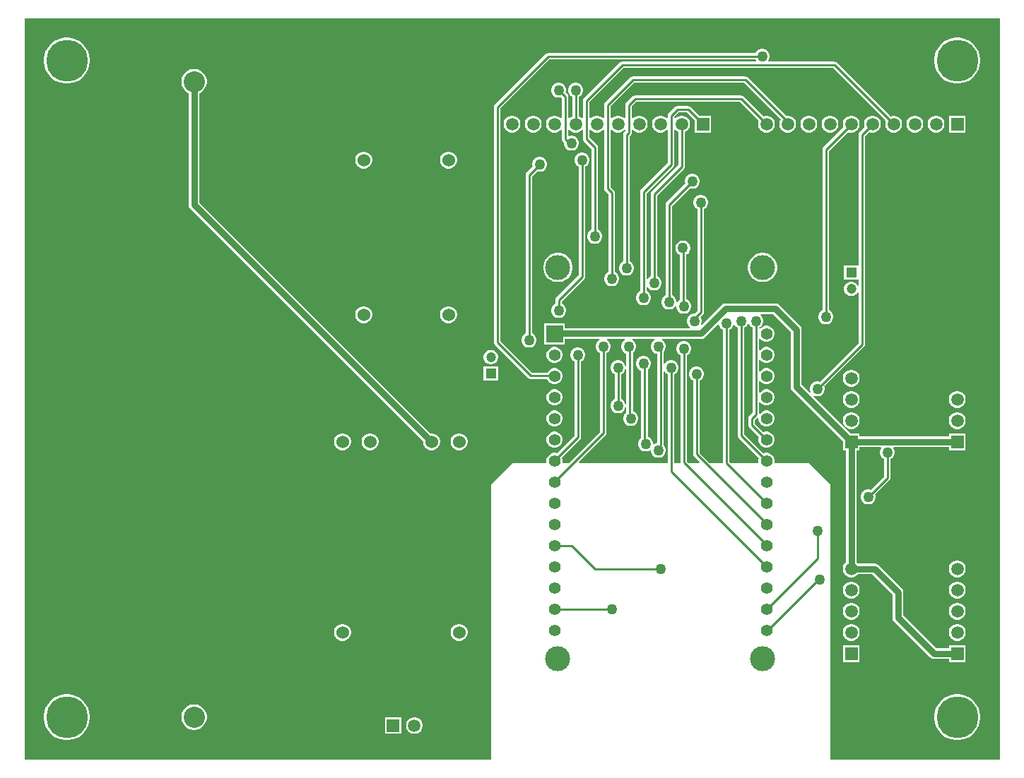
<source format=gbl>
G04*
G04 #@! TF.GenerationSoftware,Altium Limited,Altium Designer,23.3.1 (30)*
G04*
G04 Layer_Physical_Order=2*
G04 Layer_Color=16711680*
%FSLAX25Y25*%
%MOIN*%
G70*
G04*
G04 #@! TF.SameCoordinates,27A53AFF-B7D0-4960-851C-DE89EC337BCC*
G04*
G04*
G04 #@! TF.FilePolarity,Positive*
G04*
G01*
G75*
%ADD13C,0.01000*%
%ADD20R,0.04724X0.04724*%
%ADD21C,0.04724*%
%ADD29C,0.03000*%
%ADD30R,0.07874X0.07874*%
%ADD31C,0.05500*%
%ADD32C,0.11811*%
%ADD33C,0.05906*%
%ADD34R,0.05906X0.05906*%
%ADD35R,0.05906X0.05906*%
%ADD36C,0.10000*%
%ADD37C,0.06000*%
%ADD38C,0.05000*%
%ADD39C,0.19685*%
G36*
X640000Y180000D02*
X560000D01*
Y310000D01*
X550000Y320000D01*
X534025D01*
X533721Y320397D01*
X533750Y320506D01*
Y321494D01*
X533494Y322447D01*
X533001Y323303D01*
X532303Y324001D01*
X531448Y324494D01*
X530494Y324750D01*
X529506D01*
X528644Y324519D01*
X519529Y333633D01*
Y383841D01*
X520149Y384199D01*
X520801Y384851D01*
X521234Y385601D01*
X521500Y385642D01*
X521766Y385601D01*
X522199Y384851D01*
X522851Y384199D01*
X523471Y383841D01*
Y343634D01*
X521919Y342081D01*
X521587Y341585D01*
X521471Y341000D01*
Y338000D01*
X521587Y337415D01*
X521919Y336919D01*
X526481Y332356D01*
X526250Y331494D01*
Y330506D01*
X526506Y329553D01*
X526999Y328697D01*
X527698Y327999D01*
X528552Y327506D01*
X529506Y327250D01*
X530494D01*
X531448Y327506D01*
X532303Y327999D01*
X533001Y328697D01*
X533494Y329553D01*
X533750Y330506D01*
Y331494D01*
X533494Y332447D01*
X533001Y333303D01*
X532303Y334001D01*
X531448Y334494D01*
X530494Y334750D01*
X529506D01*
X528644Y334519D01*
X524529Y338633D01*
Y340367D01*
X525769Y341606D01*
X525962Y341561D01*
X526250Y341380D01*
Y340506D01*
X526506Y339553D01*
X526999Y338697D01*
X527698Y337999D01*
X528552Y337506D01*
X529506Y337250D01*
X530494D01*
X531448Y337506D01*
X532303Y337999D01*
X533001Y338697D01*
X533494Y339553D01*
X533750Y340506D01*
Y341494D01*
X533494Y342447D01*
X533001Y343303D01*
X532303Y344001D01*
X531448Y344494D01*
X530494Y344750D01*
X529506D01*
X528552Y344494D01*
X527698Y344001D01*
X527029Y343333D01*
X526894Y343344D01*
X526529Y343489D01*
Y348571D01*
X526820Y348650D01*
X527029Y348667D01*
X527698Y347999D01*
X528552Y347506D01*
X529506Y347250D01*
X530494D01*
X531448Y347506D01*
X532303Y347999D01*
X533001Y348697D01*
X533494Y349553D01*
X533750Y350506D01*
Y351494D01*
X533494Y352447D01*
X533001Y353303D01*
X532303Y354001D01*
X531448Y354494D01*
X530494Y354750D01*
X529506D01*
X528552Y354494D01*
X527698Y354001D01*
X527029Y353333D01*
X526820Y353350D01*
X526529Y353429D01*
Y358572D01*
X526820Y358649D01*
X527029Y358667D01*
X527698Y357999D01*
X528552Y357506D01*
X529506Y357250D01*
X530494D01*
X531448Y357506D01*
X532303Y357999D01*
X533001Y358697D01*
X533494Y359553D01*
X533750Y360506D01*
Y361494D01*
X533494Y362447D01*
X533001Y363303D01*
X532303Y364001D01*
X531448Y364494D01*
X530494Y364750D01*
X529506D01*
X528552Y364494D01*
X527698Y364001D01*
X527029Y363333D01*
X526820Y363351D01*
X526529Y363428D01*
Y368571D01*
X526820Y368650D01*
X527029Y368667D01*
X527698Y367999D01*
X528552Y367506D01*
X529506Y367250D01*
X530494D01*
X531448Y367506D01*
X532303Y367999D01*
X533001Y368697D01*
X533494Y369553D01*
X533750Y370506D01*
Y371494D01*
X533494Y372447D01*
X533001Y373303D01*
X532303Y374001D01*
X531448Y374494D01*
X530494Y374750D01*
X529506D01*
X528552Y374494D01*
X527698Y374001D01*
X527029Y373333D01*
X526820Y373351D01*
X526529Y373429D01*
Y378572D01*
X526820Y378649D01*
X527029Y378667D01*
X527698Y377999D01*
X528552Y377506D01*
X529506Y377250D01*
X530494D01*
X531448Y377506D01*
X532303Y377999D01*
X533001Y378697D01*
X533494Y379553D01*
X533750Y380506D01*
Y381494D01*
X533494Y382447D01*
X533001Y383303D01*
X532303Y384001D01*
X531448Y384494D01*
X530494Y384750D01*
X529506D01*
X528552Y384494D01*
X527698Y384001D01*
X527160Y383463D01*
X526655Y383636D01*
X526648Y383910D01*
X527149Y384199D01*
X527801Y384851D01*
X528262Y385649D01*
X528500Y386539D01*
Y387461D01*
X528262Y388351D01*
X527801Y389149D01*
X527241Y389708D01*
X527372Y390208D01*
X533187D01*
X541451Y381944D01*
Y356000D01*
X541645Y355025D01*
X542198Y354198D01*
X566047Y330348D01*
Y326047D01*
X567451D01*
Y273041D01*
X566837Y272427D01*
X566317Y271526D01*
X566047Y270520D01*
Y269480D01*
X566317Y268474D01*
X566837Y267573D01*
X567573Y266837D01*
X568474Y266317D01*
X569480Y266047D01*
X570520D01*
X571526Y266317D01*
X572427Y266837D01*
X573041Y267451D01*
X579944D01*
X589451Y257944D01*
Y247000D01*
X589645Y246024D01*
X590198Y245198D01*
X607198Y228198D01*
X608025Y227645D01*
X609000Y227451D01*
X616047D01*
Y226047D01*
X623953D01*
Y233953D01*
X616047D01*
Y232549D01*
X610056D01*
X594549Y248056D01*
Y259000D01*
X594355Y259976D01*
X593802Y260802D01*
X582802Y271802D01*
X581976Y272355D01*
X581000Y272549D01*
X573041D01*
X572549Y273041D01*
Y326047D01*
X573953D01*
Y327451D01*
X583834D01*
X584085Y326951D01*
X583739Y326351D01*
X583500Y325461D01*
Y324539D01*
X583739Y323649D01*
X584199Y322851D01*
X584851Y322199D01*
X585471Y321842D01*
Y313633D01*
X579152Y307315D01*
X578461Y307500D01*
X577539D01*
X576649Y307261D01*
X575851Y306801D01*
X575199Y306149D01*
X574739Y305351D01*
X574500Y304461D01*
Y303539D01*
X574739Y302649D01*
X575199Y301851D01*
X575851Y301199D01*
X576649Y300739D01*
X577539Y300500D01*
X578461D01*
X579351Y300739D01*
X580149Y301199D01*
X580801Y301851D01*
X581261Y302649D01*
X581500Y303539D01*
Y304461D01*
X581315Y305152D01*
X588081Y311919D01*
X588413Y312415D01*
X588529Y313000D01*
Y321842D01*
X589149Y322199D01*
X589801Y322851D01*
X590262Y323649D01*
X590500Y324539D01*
Y325461D01*
X590262Y326351D01*
X589915Y326951D01*
X590166Y327451D01*
X616047D01*
Y326047D01*
X623953D01*
Y333953D01*
X616047D01*
Y332549D01*
X573953D01*
Y333953D01*
X569652D01*
X552163Y351442D01*
X552470Y351842D01*
X552649Y351739D01*
X553539Y351500D01*
X554461D01*
X555351Y351739D01*
X556149Y352199D01*
X556801Y352851D01*
X557262Y353649D01*
X557500Y354539D01*
Y355461D01*
X557315Y356152D01*
X576081Y374919D01*
X576413Y375415D01*
X576529Y376000D01*
Y474367D01*
X578478Y476315D01*
X579480Y476047D01*
X580520D01*
X581526Y476317D01*
X582427Y476837D01*
X583163Y477573D01*
X583683Y478474D01*
X583953Y479480D01*
Y480520D01*
X583683Y481526D01*
X583163Y482427D01*
X582427Y483163D01*
X581526Y483683D01*
X580520Y483953D01*
X579480D01*
X578474Y483683D01*
X577573Y483163D01*
X576837Y482427D01*
X576317Y481526D01*
X576047Y480520D01*
Y479480D01*
X576315Y478478D01*
X573919Y476081D01*
X573587Y475585D01*
X573471Y475000D01*
Y413817D01*
X573362Y413362D01*
X572971Y413362D01*
X566638D01*
Y406638D01*
X573362Y406638D01*
X573471Y406183D01*
Y403839D01*
X572971Y403705D01*
X572690Y404190D01*
X572064Y404816D01*
X571298Y405259D01*
X570443Y405488D01*
X569557D01*
X568702Y405259D01*
X567936Y404816D01*
X567310Y404190D01*
X566867Y403424D01*
X566638Y402569D01*
Y401683D01*
X566867Y400828D01*
X567310Y400062D01*
X567936Y399436D01*
X568702Y398993D01*
X569557Y398764D01*
X570443D01*
X571298Y398993D01*
X572064Y399436D01*
X572690Y400062D01*
X572971Y400547D01*
X573471Y400413D01*
Y376634D01*
X555152Y358315D01*
X554461Y358500D01*
X553539D01*
X552649Y358261D01*
X551851Y357801D01*
X551199Y357149D01*
X550738Y356351D01*
X550500Y355461D01*
Y354539D01*
X550738Y353649D01*
X550842Y353470D01*
X550442Y353163D01*
X546549Y357056D01*
Y383000D01*
X546355Y383976D01*
X545802Y384802D01*
X536045Y394560D01*
X535218Y395112D01*
X534243Y395306D01*
X510757D01*
X509782Y395112D01*
X508955Y394560D01*
X499558Y385163D01*
X499158Y385470D01*
X499262Y385649D01*
X499500Y386539D01*
Y387461D01*
X499262Y388351D01*
X498958Y388877D01*
X500081Y390001D01*
X500413Y390497D01*
X500529Y391082D01*
Y439842D01*
X501149Y440199D01*
X501801Y440851D01*
X502261Y441649D01*
X502500Y442539D01*
Y443461D01*
X502261Y444351D01*
X501801Y445149D01*
X501149Y445801D01*
X500351Y446262D01*
X499461Y446500D01*
X498539D01*
X497649Y446262D01*
X496851Y445801D01*
X496199Y445149D01*
X495739Y444351D01*
X495500Y443461D01*
Y442539D01*
X495739Y441649D01*
X496199Y440851D01*
X496851Y440199D01*
X497471Y439842D01*
Y391716D01*
X496255Y390500D01*
X495539D01*
X494649Y390262D01*
X493851Y389801D01*
X493199Y389149D01*
X492738Y388351D01*
X492500Y387461D01*
Y386539D01*
X492738Y385649D01*
X493199Y384851D01*
X493851Y384199D01*
X493968Y384132D01*
X493834Y383632D01*
X434937D01*
Y385937D01*
X425063D01*
Y376063D01*
X434937D01*
Y378534D01*
X451121D01*
X451255Y378034D01*
X450851Y377801D01*
X450199Y377149D01*
X449739Y376351D01*
X449500Y375461D01*
Y374539D01*
X449739Y373649D01*
X450199Y372851D01*
X450851Y372199D01*
X451471Y371842D01*
Y334716D01*
X436754Y320000D01*
X434025D01*
X433721Y320397D01*
X433750Y320506D01*
Y321494D01*
X433501Y322421D01*
X442081Y331001D01*
X442413Y331497D01*
X442529Y332083D01*
Y367842D01*
X443149Y368199D01*
X443801Y368851D01*
X444262Y369649D01*
X444500Y370539D01*
Y371461D01*
X444262Y372351D01*
X443801Y373149D01*
X443149Y373801D01*
X442351Y374261D01*
X441461Y374500D01*
X440539D01*
X439649Y374261D01*
X438851Y373801D01*
X438199Y373149D01*
X437739Y372351D01*
X437500Y371461D01*
Y370539D01*
X437739Y369649D01*
X438199Y368851D01*
X438851Y368199D01*
X439471Y367842D01*
Y332716D01*
X431291Y324536D01*
X430494Y324750D01*
X429506D01*
X428552Y324494D01*
X427698Y324001D01*
X426999Y323303D01*
X426506Y322447D01*
X426250Y321494D01*
Y320506D01*
X426279Y320397D01*
X425975Y320000D01*
X410000D01*
X400000Y310000D01*
Y180000D01*
X180000D01*
Y530000D01*
X640000D01*
Y180000D01*
D02*
G37*
G36*
X477254Y378034D02*
X476851Y377801D01*
X476199Y377149D01*
X475738Y376351D01*
X475500Y375461D01*
Y374539D01*
X475738Y373649D01*
X476199Y372851D01*
X476851Y372199D01*
X477649Y371739D01*
X478471Y371518D01*
Y329482D01*
X477649Y329261D01*
X477000Y328887D01*
X476592Y329063D01*
X476500Y329155D01*
Y329461D01*
X476262Y330351D01*
X475801Y331149D01*
X475149Y331801D01*
X474351Y332261D01*
X474029Y332348D01*
Y364130D01*
X474149Y364199D01*
X474801Y364851D01*
X475261Y365649D01*
X475500Y366539D01*
Y367461D01*
X475261Y368351D01*
X474801Y369149D01*
X474149Y369801D01*
X473351Y370262D01*
X472461Y370500D01*
X471539D01*
X470649Y370262D01*
X469851Y369801D01*
X469199Y369149D01*
X468739Y368351D01*
X468500Y367461D01*
Y366539D01*
X468739Y365649D01*
X469199Y364851D01*
X469851Y364199D01*
X470649Y363738D01*
X470971Y363652D01*
Y331870D01*
X470851Y331801D01*
X470199Y331149D01*
X469738Y330351D01*
X469500Y329461D01*
Y328539D01*
X469738Y327649D01*
X470199Y326851D01*
X470851Y326199D01*
X471649Y325739D01*
X472539Y325500D01*
X473461D01*
X474351Y325739D01*
X475000Y326113D01*
X475408Y325937D01*
X475500Y325845D01*
Y325539D01*
X475738Y324649D01*
X476199Y323851D01*
X476851Y323199D01*
X477649Y322739D01*
X478539Y322500D01*
X479461D01*
X480351Y322739D01*
X481149Y323199D01*
X481801Y323851D01*
X482262Y324649D01*
X482500Y325539D01*
Y326461D01*
X482262Y327351D01*
X481801Y328149D01*
X481502Y328448D01*
X481529Y328586D01*
Y363011D01*
X482029Y363145D01*
X482199Y362851D01*
X482851Y362199D01*
X483471Y361842D01*
Y320000D01*
X441734D01*
X441542Y320462D01*
X454081Y333001D01*
X454413Y333497D01*
X454529Y334083D01*
Y371842D01*
X455149Y372199D01*
X455801Y372851D01*
X456261Y373649D01*
X456500Y374539D01*
Y375461D01*
X456261Y376351D01*
X455801Y377149D01*
X455149Y377801D01*
X454745Y378034D01*
X454880Y378534D01*
X463121D01*
X463254Y378034D01*
X462851Y377801D01*
X462199Y377149D01*
X461738Y376351D01*
X461500Y375461D01*
Y374539D01*
X461738Y373649D01*
X462199Y372851D01*
X462851Y372199D01*
X463649Y371739D01*
X463971Y371652D01*
Y365636D01*
X463471Y365570D01*
X463262Y366351D01*
X462801Y367149D01*
X462149Y367801D01*
X461351Y368262D01*
X460461Y368500D01*
X459539D01*
X458649Y368262D01*
X457851Y367801D01*
X457199Y367149D01*
X456739Y366351D01*
X456500Y365461D01*
Y364539D01*
X456739Y363649D01*
X457199Y362851D01*
X457851Y362199D01*
X458471Y361842D01*
Y350159D01*
X457851Y349801D01*
X457199Y349149D01*
X456739Y348351D01*
X456500Y347461D01*
Y346539D01*
X456739Y345649D01*
X457199Y344851D01*
X457851Y344199D01*
X458649Y343739D01*
X459539Y343500D01*
X460461D01*
X461351Y343739D01*
X462149Y344199D01*
X462801Y344851D01*
X463262Y345649D01*
X463471Y346429D01*
X463971Y346364D01*
Y343870D01*
X463851Y343801D01*
X463199Y343149D01*
X462739Y342351D01*
X462500Y341461D01*
Y340539D01*
X462739Y339649D01*
X463199Y338851D01*
X463851Y338199D01*
X464649Y337738D01*
X465539Y337500D01*
X466461D01*
X467351Y337738D01*
X468149Y338199D01*
X468801Y338851D01*
X469262Y339649D01*
X469500Y340539D01*
Y341461D01*
X469262Y342351D01*
X468801Y343149D01*
X468149Y343801D01*
X467351Y344262D01*
X467029Y344348D01*
Y372130D01*
X467149Y372199D01*
X467801Y372851D01*
X468261Y373649D01*
X468500Y374539D01*
Y375461D01*
X468261Y376351D01*
X467801Y377149D01*
X467149Y377801D01*
X466746Y378034D01*
X466880Y378534D01*
X477120D01*
X477254Y378034D01*
D02*
G37*
G36*
X463971Y364364D02*
Y347636D01*
X463471Y347570D01*
X463262Y348351D01*
X462801Y349149D01*
X462149Y349801D01*
X461529Y350159D01*
Y361842D01*
X462149Y362199D01*
X462801Y362851D01*
X463262Y363649D01*
X463471Y364429D01*
X463971Y364364D01*
D02*
G37*
G36*
X515199Y384851D02*
X515851Y384199D01*
X516471Y383841D01*
Y333000D01*
X516587Y332415D01*
X516919Y331919D01*
X526481Y322356D01*
X526250Y321494D01*
Y320506D01*
X526279Y320397D01*
X525975Y320000D01*
X513163D01*
X512565Y320598D01*
Y382806D01*
X513185Y383164D01*
X513836Y383815D01*
X514297Y384613D01*
X514443Y385160D01*
X514980Y385231D01*
X515199Y384851D01*
D02*
G37*
G36*
X507595Y385283D02*
X507774Y384613D01*
X508235Y383815D01*
X508886Y383164D01*
X509506Y382806D01*
Y320000D01*
X503246D01*
X498529Y324716D01*
Y358841D01*
X499149Y359199D01*
X499801Y359851D01*
X500261Y360649D01*
X500500Y361539D01*
Y362461D01*
X500261Y363351D01*
X499801Y364149D01*
X499149Y364801D01*
X498351Y365262D01*
X497461Y365500D01*
X496539D01*
X495649Y365262D01*
X494851Y364801D01*
X494199Y364149D01*
X493739Y363351D01*
X493500Y362461D01*
Y361539D01*
X493739Y360649D01*
X494199Y359851D01*
X494851Y359199D01*
X495471Y358841D01*
Y324083D01*
X495587Y323497D01*
X495919Y323001D01*
X498458Y320462D01*
X498267Y320000D01*
X493246D01*
X492529Y320716D01*
Y370842D01*
X493149Y371199D01*
X493801Y371851D01*
X494262Y372649D01*
X494500Y373539D01*
Y374461D01*
X494262Y375351D01*
X493801Y376149D01*
X493149Y376801D01*
X492351Y377261D01*
X491461Y377500D01*
X490539D01*
X489649Y377261D01*
X488851Y376801D01*
X488199Y376149D01*
X487739Y375351D01*
X487500Y374461D01*
Y373539D01*
X487739Y372649D01*
X488199Y371851D01*
X488851Y371199D01*
X489471Y370842D01*
Y320083D01*
X489403Y320000D01*
X486529D01*
Y361842D01*
X487149Y362199D01*
X487801Y362851D01*
X488262Y363649D01*
X488500Y364539D01*
Y365461D01*
X488262Y366351D01*
X487801Y367149D01*
X487149Y367801D01*
X486351Y368262D01*
X485461Y368500D01*
X484539D01*
X483649Y368262D01*
X482851Y367801D01*
X482199Y367149D01*
X482029Y366855D01*
X481529Y366989D01*
Y372580D01*
X481801Y372851D01*
X482262Y373649D01*
X482500Y374539D01*
Y375461D01*
X482262Y376351D01*
X481801Y377149D01*
X481149Y377801D01*
X480746Y378034D01*
X480879Y378534D01*
X499083D01*
X500058Y378728D01*
X500885Y379280D01*
X507064Y385459D01*
X507595Y385283D01*
D02*
G37*
%LPC*%
G36*
X620853Y520843D02*
X619147D01*
X617461Y520576D01*
X615838Y520048D01*
X614317Y519273D01*
X612937Y518270D01*
X611730Y517063D01*
X610727Y515683D01*
X609952Y514162D01*
X609424Y512539D01*
X609158Y510853D01*
Y509147D01*
X609424Y507461D01*
X609952Y505838D01*
X610727Y504317D01*
X611730Y502937D01*
X612937Y501730D01*
X614317Y500727D01*
X615838Y499952D01*
X617461Y499425D01*
X619147Y499157D01*
X620853D01*
X622539Y499425D01*
X624162Y499952D01*
X625683Y500727D01*
X627063Y501730D01*
X628270Y502937D01*
X629273Y504317D01*
X630048Y505838D01*
X630576Y507461D01*
X630842Y509147D01*
Y510853D01*
X630576Y512539D01*
X630048Y514162D01*
X629273Y515683D01*
X628270Y517063D01*
X627063Y518270D01*
X625683Y519273D01*
X624162Y520048D01*
X622539Y520576D01*
X620853Y520843D01*
D02*
G37*
G36*
X200853D02*
X199147D01*
X197461Y520576D01*
X195838Y520048D01*
X194317Y519273D01*
X192937Y518270D01*
X191730Y517063D01*
X190727Y515683D01*
X189952Y514162D01*
X189425Y512539D01*
X189157Y510853D01*
Y509147D01*
X189425Y507461D01*
X189952Y505838D01*
X190727Y504317D01*
X191730Y502937D01*
X192937Y501730D01*
X194317Y500727D01*
X195838Y499952D01*
X197461Y499425D01*
X199147Y499157D01*
X200853D01*
X202539Y499425D01*
X204162Y499952D01*
X205683Y500727D01*
X207063Y501730D01*
X208270Y502937D01*
X209273Y504317D01*
X210048Y505838D01*
X210576Y507461D01*
X210842Y509147D01*
Y510853D01*
X210576Y512539D01*
X210048Y514162D01*
X209273Y515683D01*
X208270Y517063D01*
X207063Y518270D01*
X205683Y519273D01*
X204162Y520048D01*
X202539Y520576D01*
X200853Y520843D01*
D02*
G37*
G36*
X623953Y483953D02*
X616047D01*
Y476047D01*
X623953D01*
Y483953D01*
D02*
G37*
G36*
X610520D02*
X609480D01*
X608474Y483683D01*
X607573Y483163D01*
X606837Y482427D01*
X606317Y481526D01*
X606047Y480520D01*
Y479480D01*
X606317Y478474D01*
X606837Y477573D01*
X607573Y476837D01*
X608474Y476317D01*
X609480Y476047D01*
X610520D01*
X611526Y476317D01*
X612427Y476837D01*
X613163Y477573D01*
X613683Y478474D01*
X613953Y479480D01*
Y480520D01*
X613683Y481526D01*
X613163Y482427D01*
X612427Y483163D01*
X611526Y483683D01*
X610520Y483953D01*
D02*
G37*
G36*
X600520D02*
X599480D01*
X598474Y483683D01*
X597573Y483163D01*
X596837Y482427D01*
X596317Y481526D01*
X596047Y480520D01*
Y479480D01*
X596317Y478474D01*
X596837Y477573D01*
X597573Y476837D01*
X598474Y476317D01*
X599480Y476047D01*
X600520D01*
X601526Y476317D01*
X602427Y476837D01*
X603163Y477573D01*
X603683Y478474D01*
X603953Y479480D01*
Y480520D01*
X603683Y481526D01*
X603163Y482427D01*
X602427Y483163D01*
X601526Y483683D01*
X600520Y483953D01*
D02*
G37*
G36*
X528461Y515500D02*
X527539D01*
X526649Y515262D01*
X525851Y514801D01*
X525199Y514149D01*
X524841Y513529D01*
X427000D01*
X426415Y513413D01*
X425919Y513082D01*
X401919Y489081D01*
X401587Y488585D01*
X401471Y488000D01*
Y377000D01*
X401587Y376415D01*
X401919Y375919D01*
X417836Y360001D01*
X418332Y359670D01*
X418917Y359553D01*
X426505D01*
X426506Y359553D01*
X426999Y358697D01*
X427698Y357999D01*
X428552Y357506D01*
X429506Y357250D01*
X430494D01*
X431448Y357506D01*
X432303Y357999D01*
X433001Y358697D01*
X433494Y359553D01*
X433750Y360506D01*
Y361494D01*
X433494Y362447D01*
X433001Y363303D01*
X432303Y364001D01*
X431448Y364494D01*
X430494Y364750D01*
X429506D01*
X428552Y364494D01*
X427698Y364001D01*
X426999Y363303D01*
X426601Y362612D01*
X419551D01*
X404529Y377634D01*
Y487366D01*
X427633Y510471D01*
X524841D01*
X525096Y510029D01*
X524860Y509529D01*
X462000D01*
X461415Y509413D01*
X460919Y509081D01*
X443919Y492081D01*
X443587Y491585D01*
X443471Y491000D01*
Y482827D01*
X442971Y482619D01*
X442427Y483163D01*
X441529Y483681D01*
Y492841D01*
X442149Y493199D01*
X442801Y493851D01*
X443261Y494649D01*
X443500Y495539D01*
Y496461D01*
X443261Y497351D01*
X442801Y498149D01*
X442149Y498801D01*
X441351Y499262D01*
X440461Y499500D01*
X439539D01*
X438649Y499262D01*
X437851Y498801D01*
X437199Y498149D01*
X436738Y497351D01*
X436500Y496461D01*
Y495539D01*
X436738Y494649D01*
X437199Y493851D01*
X437851Y493199D01*
X438471Y492841D01*
Y483681D01*
X437573Y483163D01*
X437029Y482619D01*
X436529Y482827D01*
Y493000D01*
X436413Y493585D01*
X436081Y494081D01*
X435315Y494848D01*
X435500Y495539D01*
Y496461D01*
X435261Y497351D01*
X434801Y498149D01*
X434149Y498801D01*
X433351Y499262D01*
X432461Y499500D01*
X431539D01*
X430649Y499262D01*
X429851Y498801D01*
X429199Y498149D01*
X428738Y497351D01*
X428500Y496461D01*
Y495539D01*
X428738Y494649D01*
X429199Y493851D01*
X429851Y493199D01*
X430649Y492738D01*
X431539Y492500D01*
X432461D01*
X433097Y492670D01*
X433471Y492347D01*
Y482827D01*
X432971Y482619D01*
X432427Y483163D01*
X431526Y483683D01*
X430520Y483953D01*
X429480D01*
X428474Y483683D01*
X427573Y483163D01*
X426837Y482427D01*
X426317Y481526D01*
X426047Y480520D01*
Y479480D01*
X426317Y478474D01*
X426837Y477573D01*
X427573Y476837D01*
X428474Y476317D01*
X429480Y476047D01*
X430520D01*
X431526Y476317D01*
X432427Y476837D01*
X432971Y477381D01*
X433471Y477174D01*
Y473000D01*
X433587Y472415D01*
X433919Y471919D01*
X434500Y471337D01*
Y470539D01*
X434738Y469649D01*
X435199Y468851D01*
X435851Y468199D01*
X436649Y467738D01*
X437539Y467500D01*
X438461D01*
X439351Y467738D01*
X440149Y468199D01*
X440801Y468851D01*
X441261Y469649D01*
X441500Y470539D01*
Y471461D01*
X441261Y472351D01*
X440801Y473149D01*
X440149Y473801D01*
X439351Y474262D01*
X438461Y474500D01*
X437539D01*
X437029Y474363D01*
X436529Y474747D01*
Y477174D01*
X437029Y477381D01*
X437573Y476837D01*
X438474Y476317D01*
X439480Y476047D01*
X440520D01*
X441526Y476317D01*
X442427Y476837D01*
X442971Y477381D01*
X443471Y477174D01*
Y473000D01*
X443587Y472415D01*
X443919Y471919D01*
X447471Y468366D01*
Y430159D01*
X446851Y429801D01*
X446199Y429149D01*
X445739Y428351D01*
X445500Y427461D01*
Y426539D01*
X445739Y425649D01*
X446199Y424851D01*
X446851Y424199D01*
X447649Y423738D01*
X448539Y423500D01*
X449461D01*
X450351Y423738D01*
X451149Y424199D01*
X451801Y424851D01*
X452261Y425649D01*
X452500Y426539D01*
Y427461D01*
X452261Y428351D01*
X451801Y429149D01*
X451149Y429801D01*
X450529Y430159D01*
Y469000D01*
X450413Y469585D01*
X450081Y470082D01*
X446529Y473633D01*
Y477174D01*
X447029Y477381D01*
X447573Y476837D01*
X448474Y476317D01*
X449480Y476047D01*
X450520D01*
X451526Y476317D01*
X452427Y476837D01*
X452971Y477381D01*
X453471Y477174D01*
Y449541D01*
X453587Y448956D01*
X453919Y448460D01*
X455471Y446908D01*
Y410158D01*
X454851Y409801D01*
X454199Y409149D01*
X453738Y408351D01*
X453500Y407461D01*
Y406539D01*
X453738Y405649D01*
X454199Y404851D01*
X454851Y404199D01*
X455649Y403738D01*
X456539Y403500D01*
X457461D01*
X458351Y403738D01*
X459149Y404199D01*
X459801Y404851D01*
X460261Y405649D01*
X460500Y406539D01*
Y407461D01*
X460261Y408351D01*
X459801Y409149D01*
X459149Y409801D01*
X458529Y410158D01*
Y447541D01*
X458413Y448127D01*
X458081Y448623D01*
X456529Y450175D01*
Y477174D01*
X457029Y477381D01*
X457573Y476837D01*
X458474Y476317D01*
X459480Y476047D01*
X460520D01*
X461526Y476317D01*
X462427Y476837D01*
X462971Y477381D01*
X463471Y477174D01*
Y476634D01*
X462919Y476081D01*
X462587Y475585D01*
X462471Y475000D01*
Y415159D01*
X461851Y414801D01*
X461199Y414149D01*
X460739Y413351D01*
X460500Y412461D01*
Y411539D01*
X460739Y410649D01*
X461199Y409851D01*
X461851Y409199D01*
X462649Y408739D01*
X463539Y408500D01*
X464461D01*
X465351Y408739D01*
X466149Y409199D01*
X466801Y409851D01*
X467262Y410649D01*
X467500Y411539D01*
Y412461D01*
X467262Y413351D01*
X466801Y414149D01*
X466149Y414801D01*
X465529Y415159D01*
Y474367D01*
X466081Y474919D01*
X466413Y475415D01*
X466529Y476000D01*
Y477174D01*
X467029Y477381D01*
X467573Y476837D01*
X468474Y476317D01*
X469480Y476047D01*
X470520D01*
X471526Y476317D01*
X472427Y476837D01*
X473163Y477573D01*
X473683Y478474D01*
X473953Y479480D01*
Y480520D01*
X473683Y481526D01*
X473163Y482427D01*
X472427Y483163D01*
X471526Y483683D01*
X470520Y483953D01*
X469480D01*
X468474Y483683D01*
X467573Y483163D01*
X467029Y482619D01*
X466529Y482827D01*
Y488367D01*
X468634Y490471D01*
X517367D01*
X526315Y481522D01*
X526047Y480520D01*
Y479480D01*
X526317Y478474D01*
X526837Y477573D01*
X527573Y476837D01*
X528474Y476317D01*
X529480Y476047D01*
X530520D01*
X531526Y476317D01*
X532427Y476837D01*
X533163Y477573D01*
X533683Y478474D01*
X533953Y479480D01*
Y480520D01*
X533683Y481526D01*
X533163Y482427D01*
X532427Y483163D01*
X531526Y483683D01*
X530520Y483953D01*
X529480D01*
X528478Y483684D01*
X519081Y493081D01*
X518585Y493413D01*
X518000Y493529D01*
X468000D01*
X467415Y493413D01*
X466919Y493081D01*
X463919Y490081D01*
X463587Y489585D01*
X463471Y489000D01*
Y482827D01*
X462971Y482619D01*
X462427Y483163D01*
X461526Y483683D01*
X460520Y483953D01*
X459480D01*
X458474Y483683D01*
X457573Y483163D01*
X457029Y482619D01*
X456529Y482827D01*
Y488367D01*
X467633Y499471D01*
X519367D01*
X536681Y482156D01*
X536317Y481526D01*
X536047Y480520D01*
Y479480D01*
X536317Y478474D01*
X536837Y477573D01*
X537573Y476837D01*
X538474Y476317D01*
X539480Y476047D01*
X540520D01*
X541526Y476317D01*
X542427Y476837D01*
X543163Y477573D01*
X543683Y478474D01*
X543953Y479480D01*
Y480520D01*
X543683Y481526D01*
X543163Y482427D01*
X542427Y483163D01*
X541526Y483683D01*
X540520Y483953D01*
X539480D01*
X539267Y483896D01*
X521081Y502081D01*
X520585Y502413D01*
X520000Y502529D01*
X467000D01*
X466415Y502413D01*
X465919Y502081D01*
X453919Y490081D01*
X453587Y489585D01*
X453471Y489000D01*
Y482827D01*
X452971Y482619D01*
X452427Y483163D01*
X451526Y483683D01*
X450520Y483953D01*
X449480D01*
X448474Y483683D01*
X447573Y483163D01*
X447029Y482619D01*
X446529Y482827D01*
Y490367D01*
X462634Y506471D01*
X561367D01*
X586315Y481522D01*
X586047Y480520D01*
Y479480D01*
X586317Y478474D01*
X586837Y477573D01*
X587573Y476837D01*
X588474Y476317D01*
X589480Y476047D01*
X590520D01*
X591526Y476317D01*
X592427Y476837D01*
X593163Y477573D01*
X593683Y478474D01*
X593953Y479480D01*
Y480520D01*
X593683Y481526D01*
X593163Y482427D01*
X592427Y483163D01*
X591526Y483683D01*
X590520Y483953D01*
X589480D01*
X588478Y483684D01*
X563081Y509081D01*
X562585Y509413D01*
X562000Y509529D01*
X531141D01*
X530904Y510029D01*
X531261Y510649D01*
X531500Y511539D01*
Y512461D01*
X531261Y513351D01*
X530801Y514149D01*
X530149Y514801D01*
X529351Y515262D01*
X528461Y515500D01*
D02*
G37*
G36*
X570520Y483953D02*
X569480D01*
X568474Y483683D01*
X567573Y483163D01*
X566837Y482427D01*
X566317Y481526D01*
X566047Y480520D01*
Y479480D01*
X566316Y478478D01*
X556919Y469081D01*
X556587Y468585D01*
X556471Y468000D01*
Y392159D01*
X555851Y391801D01*
X555199Y391149D01*
X554739Y390351D01*
X554500Y389461D01*
Y388539D01*
X554739Y387649D01*
X555199Y386851D01*
X555851Y386199D01*
X556649Y385738D01*
X557539Y385500D01*
X558461D01*
X559351Y385738D01*
X560149Y386199D01*
X560801Y386851D01*
X561262Y387649D01*
X561500Y388539D01*
Y389461D01*
X561262Y390351D01*
X560801Y391149D01*
X560149Y391801D01*
X559529Y392159D01*
Y467367D01*
X568478Y476315D01*
X569480Y476047D01*
X570520D01*
X571526Y476317D01*
X572427Y476837D01*
X573163Y477573D01*
X573683Y478474D01*
X573953Y479480D01*
Y480520D01*
X573683Y481526D01*
X573163Y482427D01*
X572427Y483163D01*
X571526Y483683D01*
X570520Y483953D01*
D02*
G37*
G36*
X560520D02*
X559480D01*
X558474Y483683D01*
X557573Y483163D01*
X556837Y482427D01*
X556317Y481526D01*
X556047Y480520D01*
Y479480D01*
X556317Y478474D01*
X556837Y477573D01*
X557573Y476837D01*
X558474Y476317D01*
X559480Y476047D01*
X560520D01*
X561526Y476317D01*
X562427Y476837D01*
X563163Y477573D01*
X563683Y478474D01*
X563953Y479480D01*
Y480520D01*
X563683Y481526D01*
X563163Y482427D01*
X562427Y483163D01*
X561526Y483683D01*
X560520Y483953D01*
D02*
G37*
G36*
X550520D02*
X549480D01*
X548474Y483683D01*
X547573Y483163D01*
X546837Y482427D01*
X546317Y481526D01*
X546047Y480520D01*
Y479480D01*
X546317Y478474D01*
X546837Y477573D01*
X547573Y476837D01*
X548474Y476317D01*
X549480Y476047D01*
X550520D01*
X551526Y476317D01*
X552427Y476837D01*
X553163Y477573D01*
X553683Y478474D01*
X553953Y479480D01*
Y480520D01*
X553683Y481526D01*
X553163Y482427D01*
X552427Y483163D01*
X551526Y483683D01*
X550520Y483953D01*
D02*
G37*
G36*
X493000Y488529D02*
X488000D01*
X487415Y488413D01*
X486919Y488081D01*
X483919Y485081D01*
X483587Y484585D01*
X483471Y484000D01*
Y482827D01*
X482971Y482619D01*
X482427Y483163D01*
X481526Y483683D01*
X480520Y483953D01*
X479480D01*
X478474Y483683D01*
X477573Y483163D01*
X476837Y482427D01*
X476317Y481526D01*
X476047Y480520D01*
Y479480D01*
X476317Y478474D01*
X476837Y477573D01*
X477573Y476837D01*
X478474Y476317D01*
X479480Y476047D01*
X480520D01*
X481526Y476317D01*
X482427Y476837D01*
X482971Y477381D01*
X483471Y477174D01*
Y461633D01*
X470919Y449081D01*
X470587Y448585D01*
X470471Y448000D01*
Y401159D01*
X469851Y400801D01*
X469199Y400149D01*
X468739Y399351D01*
X468500Y398461D01*
Y397539D01*
X468739Y396649D01*
X469199Y395851D01*
X469851Y395199D01*
X470649Y394739D01*
X471539Y394500D01*
X472461D01*
X473351Y394739D01*
X474149Y395199D01*
X474801Y395851D01*
X475261Y396649D01*
X475500Y397539D01*
Y398461D01*
X475261Y399351D01*
X474801Y400149D01*
X474149Y400801D01*
X473529Y401159D01*
Y403011D01*
X474029Y403145D01*
X474199Y402851D01*
X474851Y402199D01*
X475649Y401739D01*
X476539Y401500D01*
X477461D01*
X478351Y401739D01*
X479149Y402199D01*
X479801Y402851D01*
X480262Y403649D01*
X480500Y404539D01*
Y405461D01*
X480262Y406351D01*
X479801Y407149D01*
X479149Y407801D01*
X478529Y408158D01*
Y446367D01*
X491081Y458919D01*
X491413Y459415D01*
X491529Y460000D01*
Y476319D01*
X492427Y476837D01*
X493163Y477573D01*
X493683Y478474D01*
X493953Y479480D01*
Y480520D01*
X493683Y481526D01*
X493163Y482427D01*
X492427Y483163D01*
X491526Y483683D01*
X490520Y483953D01*
X489480D01*
X488474Y483683D01*
X487573Y483163D01*
X487029Y482619D01*
X486529Y482827D01*
Y483366D01*
X488633Y485471D01*
X492367D01*
X496047Y481790D01*
Y476047D01*
X503953D01*
Y483953D01*
X498210D01*
X494081Y488081D01*
X493585Y488413D01*
X493000Y488529D01*
D02*
G37*
G36*
X420520Y483953D02*
X419480D01*
X418474Y483683D01*
X417573Y483163D01*
X416837Y482427D01*
X416317Y481526D01*
X416047Y480520D01*
Y479480D01*
X416317Y478474D01*
X416837Y477573D01*
X417573Y476837D01*
X418474Y476317D01*
X419480Y476047D01*
X420520D01*
X421526Y476317D01*
X422427Y476837D01*
X423163Y477573D01*
X423683Y478474D01*
X423953Y479480D01*
Y480520D01*
X423683Y481526D01*
X423163Y482427D01*
X422427Y483163D01*
X421526Y483683D01*
X420520Y483953D01*
D02*
G37*
G36*
X410520D02*
X409480D01*
X408474Y483683D01*
X407573Y483163D01*
X406837Y482427D01*
X406317Y481526D01*
X406047Y480520D01*
Y479480D01*
X406317Y478474D01*
X406837Y477573D01*
X407573Y476837D01*
X408474Y476317D01*
X409480Y476047D01*
X410520D01*
X411526Y476317D01*
X412427Y476837D01*
X413163Y477573D01*
X413683Y478474D01*
X413953Y479480D01*
Y480520D01*
X413683Y481526D01*
X413163Y482427D01*
X412427Y483163D01*
X411526Y483683D01*
X410520Y483953D01*
D02*
G37*
G36*
X380527Y467000D02*
X379473D01*
X378456Y466727D01*
X377544Y466201D01*
X376799Y465456D01*
X376273Y464544D01*
X376000Y463527D01*
Y462473D01*
X376273Y461456D01*
X376799Y460544D01*
X377544Y459799D01*
X378456Y459273D01*
X379473Y459000D01*
X380527D01*
X381544Y459273D01*
X382456Y459799D01*
X383201Y460544D01*
X383727Y461456D01*
X384000Y462473D01*
Y463527D01*
X383727Y464544D01*
X383201Y465456D01*
X382456Y466201D01*
X381544Y466727D01*
X380527Y467000D01*
D02*
G37*
G36*
X340527D02*
X339473D01*
X338456Y466727D01*
X337544Y466201D01*
X336799Y465456D01*
X336273Y464544D01*
X336000Y463527D01*
Y462473D01*
X336273Y461456D01*
X336799Y460544D01*
X337544Y459799D01*
X338456Y459273D01*
X339473Y459000D01*
X340527D01*
X341544Y459273D01*
X342456Y459799D01*
X343201Y460544D01*
X343727Y461456D01*
X344000Y462473D01*
Y463527D01*
X343727Y464544D01*
X343201Y465456D01*
X342456Y466201D01*
X341544Y466727D01*
X340527Y467000D01*
D02*
G37*
G36*
X423461Y464500D02*
X422539D01*
X421649Y464261D01*
X420851Y463801D01*
X420199Y463149D01*
X419738Y462351D01*
X419500Y461461D01*
Y460539D01*
X419685Y459848D01*
X416919Y457081D01*
X416587Y456585D01*
X416471Y456000D01*
Y381158D01*
X415851Y380801D01*
X415199Y380149D01*
X414739Y379351D01*
X414500Y378461D01*
Y377539D01*
X414739Y376649D01*
X415199Y375851D01*
X415851Y375199D01*
X416649Y374739D01*
X417539Y374500D01*
X418461D01*
X419351Y374739D01*
X420149Y375199D01*
X420801Y375851D01*
X421262Y376649D01*
X421500Y377539D01*
Y378461D01*
X421262Y379351D01*
X420801Y380149D01*
X420149Y380801D01*
X419529Y381158D01*
Y455367D01*
X421848Y457685D01*
X422539Y457500D01*
X423461D01*
X424351Y457738D01*
X425149Y458199D01*
X425801Y458851D01*
X426262Y459649D01*
X426500Y460539D01*
Y461461D01*
X426262Y462351D01*
X425801Y463149D01*
X425149Y463801D01*
X424351Y464261D01*
X423461Y464500D01*
D02*
G37*
G36*
X495461Y456500D02*
X494539D01*
X493649Y456261D01*
X492851Y455801D01*
X492199Y455149D01*
X491739Y454351D01*
X491500Y453461D01*
Y452539D01*
X491685Y451848D01*
X482919Y443081D01*
X482587Y442585D01*
X482471Y442000D01*
Y399159D01*
X481851Y398801D01*
X481199Y398149D01*
X480738Y397351D01*
X480500Y396461D01*
Y395539D01*
X480738Y394649D01*
X481199Y393851D01*
X481851Y393199D01*
X482649Y392739D01*
X483539Y392500D01*
X484461D01*
X485351Y392739D01*
X486149Y393199D01*
X486801Y393851D01*
X487000Y394196D01*
X487500Y394062D01*
Y393539D01*
X487739Y392649D01*
X488199Y391851D01*
X488851Y391199D01*
X489649Y390739D01*
X490539Y390500D01*
X491461D01*
X492351Y390739D01*
X493149Y391199D01*
X493801Y391851D01*
X494262Y392649D01*
X494500Y393539D01*
Y394461D01*
X494262Y395351D01*
X493801Y396149D01*
X493149Y396801D01*
X492351Y397262D01*
X492299Y397275D01*
Y418475D01*
X492688Y418699D01*
X493340Y419351D01*
X493801Y420149D01*
X494039Y421039D01*
Y421961D01*
X493801Y422851D01*
X493340Y423649D01*
X492688Y424301D01*
X491890Y424761D01*
X491000Y425000D01*
X490078D01*
X489188Y424761D01*
X488390Y424301D01*
X487739Y423649D01*
X487278Y422851D01*
X487039Y421961D01*
Y421039D01*
X487278Y420149D01*
X487739Y419351D01*
X488390Y418699D01*
X489188Y418238D01*
X489240Y418225D01*
Y397025D01*
X488851Y396801D01*
X488199Y396149D01*
X488000Y395804D01*
X487500Y395938D01*
Y396461D01*
X487261Y397351D01*
X486801Y398149D01*
X486149Y398801D01*
X485529Y399159D01*
Y441366D01*
X493848Y449685D01*
X494539Y449500D01*
X495461D01*
X496351Y449739D01*
X497149Y450199D01*
X497801Y450851D01*
X498261Y451649D01*
X498500Y452539D01*
Y453461D01*
X498261Y454351D01*
X497801Y455149D01*
X497149Y455801D01*
X496351Y456261D01*
X495461Y456500D01*
D02*
G37*
G36*
X528830Y419244D02*
X527469D01*
X526135Y418979D01*
X524879Y418458D01*
X523748Y417702D01*
X522786Y416741D01*
X522030Y415610D01*
X521510Y414353D01*
X521244Y413019D01*
Y411658D01*
X521510Y410324D01*
X522030Y409068D01*
X522786Y407937D01*
X523748Y406975D01*
X524879Y406219D01*
X526135Y405698D01*
X527469Y405433D01*
X528830D01*
X530164Y405698D01*
X531421Y406219D01*
X532552Y406975D01*
X533513Y407937D01*
X534269Y409068D01*
X534790Y410324D01*
X535055Y411658D01*
Y413019D01*
X534790Y414353D01*
X534269Y415610D01*
X533513Y416741D01*
X532552Y417702D01*
X531421Y418458D01*
X530164Y418979D01*
X528830Y419244D01*
D02*
G37*
G36*
X432334D02*
X430973D01*
X429639Y418979D01*
X428383Y418458D01*
X427251Y417702D01*
X426290Y416741D01*
X425534Y415610D01*
X425013Y414353D01*
X424748Y413019D01*
Y411658D01*
X425013Y410324D01*
X425534Y409068D01*
X426290Y407937D01*
X427251Y406975D01*
X428383Y406219D01*
X429639Y405698D01*
X430973Y405433D01*
X432334D01*
X433668Y405698D01*
X434925Y406219D01*
X436056Y406975D01*
X437017Y407937D01*
X437773Y409068D01*
X438294Y410324D01*
X438559Y411658D01*
Y413019D01*
X438294Y414353D01*
X437773Y415610D01*
X437017Y416741D01*
X436056Y417702D01*
X434925Y418458D01*
X433668Y418979D01*
X432334Y419244D01*
D02*
G37*
G36*
X443461Y466500D02*
X442539D01*
X441649Y466261D01*
X440851Y465801D01*
X440199Y465149D01*
X439739Y464351D01*
X439500Y463461D01*
Y462539D01*
X439739Y461649D01*
X440199Y460851D01*
X440851Y460199D01*
X441471Y459841D01*
Y408634D01*
X430919Y398081D01*
X430587Y397585D01*
X430471Y397000D01*
Y395159D01*
X429851Y394801D01*
X429199Y394149D01*
X428738Y393351D01*
X428500Y392461D01*
Y391539D01*
X428738Y390649D01*
X429199Y389851D01*
X429851Y389199D01*
X430649Y388738D01*
X431539Y388500D01*
X432461D01*
X433351Y388738D01*
X434149Y389199D01*
X434801Y389851D01*
X435261Y390649D01*
X435500Y391539D01*
Y392461D01*
X435261Y393351D01*
X434801Y394149D01*
X434149Y394801D01*
X433529Y395159D01*
Y396367D01*
X444081Y406919D01*
X444413Y407415D01*
X444529Y408000D01*
Y459841D01*
X445149Y460199D01*
X445801Y460851D01*
X446262Y461649D01*
X446500Y462539D01*
Y463461D01*
X446262Y464351D01*
X445801Y465149D01*
X445149Y465801D01*
X444351Y466261D01*
X443461Y466500D01*
D02*
G37*
G36*
X380527Y394000D02*
X379473D01*
X378456Y393727D01*
X377544Y393201D01*
X376799Y392456D01*
X376273Y391544D01*
X376000Y390527D01*
Y389473D01*
X376273Y388456D01*
X376799Y387544D01*
X377544Y386799D01*
X378456Y386273D01*
X379473Y386000D01*
X380527D01*
X381544Y386273D01*
X382456Y386799D01*
X383201Y387544D01*
X383727Y388456D01*
X384000Y389473D01*
Y390527D01*
X383727Y391544D01*
X383201Y392456D01*
X382456Y393201D01*
X381544Y393727D01*
X380527Y394000D01*
D02*
G37*
G36*
X340527D02*
X339473D01*
X338456Y393727D01*
X337544Y393201D01*
X336799Y392456D01*
X336273Y391544D01*
X336000Y390527D01*
Y389473D01*
X336273Y388456D01*
X336799Y387544D01*
X337544Y386799D01*
X338456Y386273D01*
X339473Y386000D01*
X340527D01*
X341544Y386273D01*
X342456Y386799D01*
X343201Y387544D01*
X343727Y388456D01*
X344000Y389473D01*
Y390527D01*
X343727Y391544D01*
X343201Y392456D01*
X342456Y393201D01*
X341544Y393727D01*
X340527Y394000D01*
D02*
G37*
G36*
X430494Y374750D02*
X429506D01*
X428552Y374494D01*
X427698Y374001D01*
X426999Y373303D01*
X426506Y372447D01*
X426250Y371494D01*
Y370506D01*
X426506Y369553D01*
X426999Y368697D01*
X427698Y367999D01*
X428552Y367506D01*
X429506Y367250D01*
X430494D01*
X431448Y367506D01*
X432303Y367999D01*
X433001Y368697D01*
X433494Y369553D01*
X433750Y370506D01*
Y371494D01*
X433494Y372447D01*
X433001Y373303D01*
X432303Y374001D01*
X431448Y374494D01*
X430494Y374750D01*
D02*
G37*
G36*
X400443Y373362D02*
X399557D01*
X398702Y373133D01*
X397936Y372690D01*
X397310Y372064D01*
X396867Y371298D01*
X396638Y370443D01*
Y369557D01*
X396867Y368702D01*
X397310Y367936D01*
X397936Y367310D01*
X398702Y366867D01*
X399557Y366638D01*
X400443D01*
X401298Y366867D01*
X402064Y367310D01*
X402690Y367936D01*
X403133Y368702D01*
X403362Y369557D01*
Y370443D01*
X403133Y371298D01*
X402690Y372064D01*
X402064Y372690D01*
X401298Y373133D01*
X400443Y373362D01*
D02*
G37*
G36*
X403362Y365488D02*
X396638D01*
Y358764D01*
X403362D01*
Y365488D01*
D02*
G37*
G36*
X570520Y363953D02*
X569480D01*
X568474Y363683D01*
X567573Y363163D01*
X566837Y362427D01*
X566317Y361526D01*
X566047Y360520D01*
Y359480D01*
X566317Y358474D01*
X566837Y357573D01*
X567573Y356837D01*
X568474Y356317D01*
X569480Y356047D01*
X570520D01*
X571526Y356317D01*
X572427Y356837D01*
X573163Y357573D01*
X573683Y358474D01*
X573953Y359480D01*
Y360520D01*
X573683Y361526D01*
X573163Y362427D01*
X572427Y363163D01*
X571526Y363683D01*
X570520Y363953D01*
D02*
G37*
G36*
X430494Y354750D02*
X429506D01*
X428552Y354494D01*
X427698Y354001D01*
X426999Y353303D01*
X426506Y352447D01*
X426250Y351494D01*
Y350506D01*
X426506Y349553D01*
X426999Y348697D01*
X427698Y347999D01*
X428552Y347506D01*
X429506Y347250D01*
X430494D01*
X431448Y347506D01*
X432303Y347999D01*
X433001Y348697D01*
X433494Y349553D01*
X433750Y350506D01*
Y351494D01*
X433494Y352447D01*
X433001Y353303D01*
X432303Y354001D01*
X431448Y354494D01*
X430494Y354750D01*
D02*
G37*
G36*
X620520Y353953D02*
X619480D01*
X618474Y353683D01*
X617573Y353163D01*
X616837Y352427D01*
X616317Y351526D01*
X616047Y350520D01*
Y349480D01*
X616317Y348474D01*
X616837Y347573D01*
X617573Y346837D01*
X618474Y346317D01*
X619480Y346047D01*
X620520D01*
X621526Y346317D01*
X622427Y346837D01*
X623163Y347573D01*
X623683Y348474D01*
X623953Y349480D01*
Y350520D01*
X623683Y351526D01*
X623163Y352427D01*
X622427Y353163D01*
X621526Y353683D01*
X620520Y353953D01*
D02*
G37*
G36*
X570520D02*
X569480D01*
X568474Y353683D01*
X567573Y353163D01*
X566837Y352427D01*
X566317Y351526D01*
X566047Y350520D01*
Y349480D01*
X566317Y348474D01*
X566837Y347573D01*
X567573Y346837D01*
X568474Y346317D01*
X569480Y346047D01*
X570520D01*
X571526Y346317D01*
X572427Y346837D01*
X573163Y347573D01*
X573683Y348474D01*
X573953Y349480D01*
Y350520D01*
X573683Y351526D01*
X573163Y352427D01*
X572427Y353163D01*
X571526Y353683D01*
X570520Y353953D01*
D02*
G37*
G36*
X430494Y344750D02*
X429506D01*
X428552Y344494D01*
X427698Y344001D01*
X426999Y343303D01*
X426506Y342447D01*
X426250Y341494D01*
Y340506D01*
X426506Y339553D01*
X426999Y338697D01*
X427698Y337999D01*
X428552Y337506D01*
X429506Y337250D01*
X430494D01*
X431448Y337506D01*
X432303Y337999D01*
X433001Y338697D01*
X433494Y339553D01*
X433750Y340506D01*
Y341494D01*
X433494Y342447D01*
X433001Y343303D01*
X432303Y344001D01*
X431448Y344494D01*
X430494Y344750D01*
D02*
G37*
G36*
X620520Y343953D02*
X619480D01*
X618474Y343683D01*
X617573Y343163D01*
X616837Y342427D01*
X616317Y341526D01*
X616047Y340520D01*
Y339480D01*
X616317Y338474D01*
X616837Y337573D01*
X617573Y336837D01*
X618474Y336317D01*
X619480Y336047D01*
X620520D01*
X621526Y336317D01*
X622427Y336837D01*
X623163Y337573D01*
X623683Y338474D01*
X623953Y339480D01*
Y340520D01*
X623683Y341526D01*
X623163Y342427D01*
X622427Y343163D01*
X621526Y343683D01*
X620520Y343953D01*
D02*
G37*
G36*
X570520D02*
X569480D01*
X568474Y343683D01*
X567573Y343163D01*
X566837Y342427D01*
X566317Y341526D01*
X566047Y340520D01*
Y339480D01*
X566317Y338474D01*
X566837Y337573D01*
X567573Y336837D01*
X568474Y336317D01*
X569480Y336047D01*
X570520D01*
X571526Y336317D01*
X572427Y336837D01*
X573163Y337573D01*
X573683Y338474D01*
X573953Y339480D01*
Y340520D01*
X573683Y341526D01*
X573163Y342427D01*
X572427Y343163D01*
X571526Y343683D01*
X570520Y343953D01*
D02*
G37*
G36*
X430494Y334750D02*
X429506D01*
X428552Y334494D01*
X427698Y334001D01*
X426999Y333303D01*
X426506Y332447D01*
X426250Y331494D01*
Y330506D01*
X426506Y329553D01*
X426999Y328697D01*
X427698Y327999D01*
X428552Y327506D01*
X429506Y327250D01*
X430494D01*
X431448Y327506D01*
X432303Y327999D01*
X433001Y328697D01*
X433494Y329553D01*
X433750Y330506D01*
Y331494D01*
X433494Y332447D01*
X433001Y333303D01*
X432303Y334001D01*
X431448Y334494D01*
X430494Y334750D01*
D02*
G37*
G36*
X385527Y334000D02*
X384473D01*
X383456Y333727D01*
X382544Y333201D01*
X381799Y332456D01*
X381273Y331544D01*
X381000Y330527D01*
Y329473D01*
X381273Y328456D01*
X381799Y327544D01*
X382544Y326799D01*
X383456Y326273D01*
X384473Y326000D01*
X385527D01*
X386544Y326273D01*
X387456Y326799D01*
X388201Y327544D01*
X388727Y328456D01*
X389000Y329473D01*
Y330527D01*
X388727Y331544D01*
X388201Y332456D01*
X387456Y333201D01*
X386544Y333727D01*
X385527Y334000D01*
D02*
G37*
G36*
X260591Y506000D02*
X259409D01*
X258250Y505769D01*
X257158Y505317D01*
X256175Y504661D01*
X255340Y503825D01*
X254683Y502842D01*
X254231Y501750D01*
X254000Y500591D01*
Y499409D01*
X254231Y498250D01*
X254683Y497158D01*
X255340Y496175D01*
X256175Y495339D01*
X257158Y494683D01*
X257451Y494561D01*
Y442000D01*
X257645Y441024D01*
X258198Y440198D01*
X368000Y330395D01*
Y329473D01*
X368273Y328456D01*
X368799Y327544D01*
X369544Y326799D01*
X370456Y326273D01*
X371473Y326000D01*
X372527D01*
X373544Y326273D01*
X374456Y326799D01*
X375201Y327544D01*
X375727Y328456D01*
X376000Y329473D01*
Y330527D01*
X375727Y331544D01*
X375201Y332456D01*
X374456Y333201D01*
X373544Y333727D01*
X372527Y334000D01*
X371605D01*
X262549Y443056D01*
Y494561D01*
X262842Y494683D01*
X263825Y495339D01*
X264661Y496175D01*
X265317Y497158D01*
X265769Y498250D01*
X266000Y499409D01*
Y500591D01*
X265769Y501750D01*
X265317Y502842D01*
X264661Y503825D01*
X263825Y504661D01*
X262842Y505317D01*
X261750Y505769D01*
X260591Y506000D01*
D02*
G37*
G36*
X343527Y334000D02*
X342473D01*
X341456Y333727D01*
X340544Y333201D01*
X339799Y332456D01*
X339273Y331544D01*
X339000Y330527D01*
Y329473D01*
X339273Y328456D01*
X339799Y327544D01*
X340544Y326799D01*
X341456Y326273D01*
X342473Y326000D01*
X343527D01*
X344544Y326273D01*
X345456Y326799D01*
X346201Y327544D01*
X346727Y328456D01*
X347000Y329473D01*
Y330527D01*
X346727Y331544D01*
X346201Y332456D01*
X345456Y333201D01*
X344544Y333727D01*
X343527Y334000D01*
D02*
G37*
G36*
X330527D02*
X329473D01*
X328456Y333727D01*
X327544Y333201D01*
X326799Y332456D01*
X326273Y331544D01*
X326000Y330527D01*
Y329473D01*
X326273Y328456D01*
X326799Y327544D01*
X327544Y326799D01*
X328456Y326273D01*
X329473Y326000D01*
X330527D01*
X331544Y326273D01*
X332456Y326799D01*
X333201Y327544D01*
X333727Y328456D01*
X334000Y329473D01*
Y330527D01*
X333727Y331544D01*
X333201Y332456D01*
X332456Y333201D01*
X331544Y333727D01*
X330527Y334000D01*
D02*
G37*
G36*
X620520Y273953D02*
X619480D01*
X618474Y273683D01*
X617573Y273163D01*
X616837Y272427D01*
X616317Y271526D01*
X616047Y270520D01*
Y269480D01*
X616317Y268474D01*
X616837Y267573D01*
X617573Y266837D01*
X618474Y266317D01*
X619480Y266047D01*
X620520D01*
X621526Y266317D01*
X622427Y266837D01*
X623163Y267573D01*
X623683Y268474D01*
X623953Y269480D01*
Y270520D01*
X623683Y271526D01*
X623163Y272427D01*
X622427Y273163D01*
X621526Y273683D01*
X620520Y273953D01*
D02*
G37*
G36*
Y263953D02*
X619480D01*
X618474Y263683D01*
X617573Y263163D01*
X616837Y262427D01*
X616317Y261526D01*
X616047Y260520D01*
Y259480D01*
X616317Y258474D01*
X616837Y257573D01*
X617573Y256837D01*
X618474Y256317D01*
X619480Y256047D01*
X620520D01*
X621526Y256317D01*
X622427Y256837D01*
X623163Y257573D01*
X623683Y258474D01*
X623953Y259480D01*
Y260520D01*
X623683Y261526D01*
X623163Y262427D01*
X622427Y263163D01*
X621526Y263683D01*
X620520Y263953D01*
D02*
G37*
G36*
X570520D02*
X569480D01*
X568474Y263683D01*
X567573Y263163D01*
X566837Y262427D01*
X566317Y261526D01*
X566047Y260520D01*
Y259480D01*
X566317Y258474D01*
X566837Y257573D01*
X567573Y256837D01*
X568474Y256317D01*
X569480Y256047D01*
X570520D01*
X571526Y256317D01*
X572427Y256837D01*
X573163Y257573D01*
X573683Y258474D01*
X573953Y259480D01*
Y260520D01*
X573683Y261526D01*
X573163Y262427D01*
X572427Y263163D01*
X571526Y263683D01*
X570520Y263953D01*
D02*
G37*
G36*
X620520Y253953D02*
X619480D01*
X618474Y253683D01*
X617573Y253163D01*
X616837Y252427D01*
X616317Y251526D01*
X616047Y250520D01*
Y249480D01*
X616317Y248474D01*
X616837Y247573D01*
X617573Y246837D01*
X618474Y246317D01*
X619480Y246047D01*
X620520D01*
X621526Y246317D01*
X622427Y246837D01*
X623163Y247573D01*
X623683Y248474D01*
X623953Y249480D01*
Y250520D01*
X623683Y251526D01*
X623163Y252427D01*
X622427Y253163D01*
X621526Y253683D01*
X620520Y253953D01*
D02*
G37*
G36*
X570520D02*
X569480D01*
X568474Y253683D01*
X567573Y253163D01*
X566837Y252427D01*
X566317Y251526D01*
X566047Y250520D01*
Y249480D01*
X566317Y248474D01*
X566837Y247573D01*
X567573Y246837D01*
X568474Y246317D01*
X569480Y246047D01*
X570520D01*
X571526Y246317D01*
X572427Y246837D01*
X573163Y247573D01*
X573683Y248474D01*
X573953Y249480D01*
Y250520D01*
X573683Y251526D01*
X573163Y252427D01*
X572427Y253163D01*
X571526Y253683D01*
X570520Y253953D01*
D02*
G37*
G36*
X620520Y243953D02*
X619480D01*
X618474Y243683D01*
X617573Y243163D01*
X616837Y242427D01*
X616317Y241526D01*
X616047Y240520D01*
Y239480D01*
X616317Y238474D01*
X616837Y237573D01*
X617573Y236837D01*
X618474Y236317D01*
X619480Y236047D01*
X620520D01*
X621526Y236317D01*
X622427Y236837D01*
X623163Y237573D01*
X623683Y238474D01*
X623953Y239480D01*
Y240520D01*
X623683Y241526D01*
X623163Y242427D01*
X622427Y243163D01*
X621526Y243683D01*
X620520Y243953D01*
D02*
G37*
G36*
X570520D02*
X569480D01*
X568474Y243683D01*
X567573Y243163D01*
X566837Y242427D01*
X566317Y241526D01*
X566047Y240520D01*
Y239480D01*
X566317Y238474D01*
X566837Y237573D01*
X567573Y236837D01*
X568474Y236317D01*
X569480Y236047D01*
X570520D01*
X571526Y236317D01*
X572427Y236837D01*
X573163Y237573D01*
X573683Y238474D01*
X573953Y239480D01*
Y240520D01*
X573683Y241526D01*
X573163Y242427D01*
X572427Y243163D01*
X571526Y243683D01*
X570520Y243953D01*
D02*
G37*
G36*
X385527Y244000D02*
X384473D01*
X383456Y243727D01*
X382544Y243201D01*
X381799Y242456D01*
X381273Y241544D01*
X381000Y240527D01*
Y239473D01*
X381273Y238456D01*
X381799Y237544D01*
X382544Y236799D01*
X383456Y236273D01*
X384473Y236000D01*
X385527D01*
X386544Y236273D01*
X387456Y236799D01*
X388201Y237544D01*
X388727Y238456D01*
X389000Y239473D01*
Y240527D01*
X388727Y241544D01*
X388201Y242456D01*
X387456Y243201D01*
X386544Y243727D01*
X385527Y244000D01*
D02*
G37*
G36*
X330527D02*
X329473D01*
X328456Y243727D01*
X327544Y243201D01*
X326799Y242456D01*
X326273Y241544D01*
X326000Y240527D01*
Y239473D01*
X326273Y238456D01*
X326799Y237544D01*
X327544Y236799D01*
X328456Y236273D01*
X329473Y236000D01*
X330527D01*
X331544Y236273D01*
X332456Y236799D01*
X333201Y237544D01*
X333727Y238456D01*
X334000Y239473D01*
Y240527D01*
X333727Y241544D01*
X333201Y242456D01*
X332456Y243201D01*
X331544Y243727D01*
X330527Y244000D01*
D02*
G37*
G36*
X573953Y233953D02*
X566047D01*
Y226047D01*
X573953D01*
Y233953D01*
D02*
G37*
G36*
X260591Y206000D02*
X259409D01*
X258250Y205769D01*
X257158Y205317D01*
X256175Y204661D01*
X255340Y203825D01*
X254683Y202842D01*
X254231Y201750D01*
X254000Y200591D01*
Y199409D01*
X254231Y198250D01*
X254683Y197158D01*
X255340Y196175D01*
X256175Y195340D01*
X257158Y194683D01*
X258250Y194231D01*
X259409Y194000D01*
X260591D01*
X261750Y194231D01*
X262842Y194683D01*
X263825Y195340D01*
X264661Y196175D01*
X265317Y197158D01*
X265769Y198250D01*
X266000Y199409D01*
Y200591D01*
X265769Y201750D01*
X265317Y202842D01*
X264661Y203825D01*
X263825Y204661D01*
X262842Y205317D01*
X261750Y205769D01*
X260591Y206000D01*
D02*
G37*
G36*
X364473Y200000D02*
X363432D01*
X362427Y199731D01*
X361526Y199210D01*
X360790Y198474D01*
X360269Y197573D01*
X360000Y196568D01*
Y195527D01*
X360269Y194521D01*
X360790Y193620D01*
X361526Y192884D01*
X362427Y192364D01*
X363432Y192095D01*
X364473D01*
X365478Y192364D01*
X366380Y192884D01*
X367116Y193620D01*
X367636Y194521D01*
X367905Y195527D01*
Y196568D01*
X367636Y197573D01*
X367116Y198474D01*
X366380Y199210D01*
X365478Y199731D01*
X364473Y200000D01*
D02*
G37*
G36*
X357906D02*
X350000D01*
Y192095D01*
X357906D01*
Y200000D01*
D02*
G37*
G36*
X620853Y210842D02*
X619147D01*
X617461Y210576D01*
X615838Y210048D01*
X614317Y209273D01*
X612937Y208270D01*
X611730Y207063D01*
X610727Y205683D01*
X609952Y204162D01*
X609424Y202539D01*
X609158Y200853D01*
Y199147D01*
X609424Y197461D01*
X609952Y195838D01*
X610727Y194317D01*
X611730Y192937D01*
X612937Y191730D01*
X614317Y190727D01*
X615838Y189952D01*
X617461Y189425D01*
X619147Y189157D01*
X620853D01*
X622539Y189425D01*
X624162Y189952D01*
X625683Y190727D01*
X627063Y191730D01*
X628270Y192937D01*
X629273Y194317D01*
X630048Y195838D01*
X630576Y197461D01*
X630842Y199147D01*
Y200853D01*
X630576Y202539D01*
X630048Y204162D01*
X629273Y205683D01*
X628270Y207063D01*
X627063Y208270D01*
X625683Y209273D01*
X624162Y210048D01*
X622539Y210576D01*
X620853Y210842D01*
D02*
G37*
G36*
X200853D02*
X199147D01*
X197461Y210576D01*
X195838Y210048D01*
X194317Y209273D01*
X192937Y208270D01*
X191730Y207063D01*
X190727Y205683D01*
X189952Y204162D01*
X189425Y202539D01*
X189157Y200853D01*
Y199147D01*
X189425Y197461D01*
X189952Y195838D01*
X190727Y194317D01*
X191730Y192937D01*
X192937Y191730D01*
X194317Y190727D01*
X195838Y189952D01*
X197461Y189425D01*
X199147Y189157D01*
X200853D01*
X202539Y189425D01*
X204162Y189952D01*
X205683Y190727D01*
X207063Y191730D01*
X208270Y192937D01*
X209273Y194317D01*
X210048Y195838D01*
X210576Y197461D01*
X210842Y199147D01*
Y200853D01*
X210576Y202539D01*
X210048Y204162D01*
X209273Y205683D01*
X208270Y207063D01*
X207063Y208270D01*
X205683Y209273D01*
X204162Y210048D01*
X202539Y210576D01*
X200853Y210842D01*
D02*
G37*
%LPD*%
G36*
X487573Y476837D02*
X488471Y476319D01*
Y460634D01*
X475919Y448081D01*
X475587Y447585D01*
X475471Y447000D01*
Y408158D01*
X474851Y407801D01*
X474199Y407149D01*
X474029Y406855D01*
X473529Y406989D01*
Y447367D01*
X486081Y459919D01*
X486413Y460415D01*
X486529Y461000D01*
Y477174D01*
X487029Y477381D01*
X487573Y476837D01*
D02*
G37*
D13*
X523000Y341000D02*
X525000Y343000D01*
Y387000D01*
X464000Y475000D02*
X465000Y476000D01*
X464000Y412000D02*
Y475000D01*
X465000Y476000D02*
Y489000D01*
X468000Y492000D01*
X484000Y442000D02*
X495000Y453000D01*
X484000Y396000D02*
Y442000D01*
X490770Y394230D02*
X491000Y394000D01*
X490770Y394230D02*
Y421270D01*
X490539Y421500D02*
X490770Y421270D01*
X530000Y241000D02*
X530500D01*
X554500Y265000D01*
X555000D01*
X449000Y270000D02*
X480000D01*
X438000Y281000D02*
X449000Y270000D01*
X430083Y281000D02*
X438000D01*
X430000Y281083D02*
X430083Y281000D01*
X479765Y326765D02*
Y328351D01*
X480000Y328586D01*
Y372918D01*
X479000Y326000D02*
X479765Y326765D01*
X496000Y388082D02*
X499000Y391082D01*
X496000Y387000D02*
Y388082D01*
X499000Y391082D02*
Y443000D01*
X477000Y447000D02*
X490000Y460000D01*
X477000Y405000D02*
Y447000D01*
X472000Y448000D02*
X485000Y461000D01*
X472000Y398000D02*
Y448000D01*
X497000Y324083D02*
Y362000D01*
X485000Y316000D02*
Y365000D01*
X472000Y367000D02*
X472500Y366500D01*
Y329500D02*
Y366500D01*
X468000Y492000D02*
X518000D01*
X460000Y347000D02*
Y365000D01*
X578000Y304000D02*
X587000Y313000D01*
Y325000D01*
X530000Y251000D02*
X554000Y275000D01*
Y288000D01*
X575000Y376000D02*
Y475000D01*
X580000Y480000D01*
X554000Y355000D02*
X575000Y376000D01*
X558000Y468000D02*
X570000Y480000D01*
X558000Y389000D02*
Y468000D01*
X435000Y473000D02*
X437000Y471000D01*
X438000D01*
X435000Y473000D02*
Y493000D01*
X432000Y496000D02*
X435000Y493000D01*
X523000Y338000D02*
Y341000D01*
Y338000D02*
X530000Y331000D01*
X529000Y322000D02*
X530000D01*
X518000Y333000D02*
Y387000D01*
Y333000D02*
X529000Y322000D01*
X530000Y321000D02*
Y322000D01*
X511035Y319965D02*
X530000Y301000D01*
X511035Y319965D02*
Y385964D01*
X497000Y324083D02*
X530000Y291083D01*
X491000Y320083D02*
Y374000D01*
Y320083D02*
X530000Y281083D01*
X529917Y271083D02*
X530000D01*
X485000Y316000D02*
X529917Y271083D01*
X479000Y373918D02*
X480000Y372918D01*
X479000Y373918D02*
Y375000D01*
X490000Y460000D02*
Y480000D01*
X485000Y461000D02*
Y484000D01*
X472500Y329500D02*
X473000Y329000D01*
X465000Y375000D02*
X465500Y374500D01*
Y341500D02*
Y374500D01*
Y341500D02*
X466000Y341000D01*
X453000Y334083D02*
Y375000D01*
X430000Y311083D02*
X453000Y334083D01*
X440000Y480000D02*
Y496000D01*
X443000Y408000D02*
Y463000D01*
X427000Y512000D02*
X528000D01*
X403000Y488000D02*
X427000Y512000D01*
X403000Y377000D02*
Y488000D01*
X418917Y361083D02*
X430000D01*
X403000Y377000D02*
X418917Y361083D01*
X418000Y456000D02*
X423000Y461000D01*
X418000Y378000D02*
Y456000D01*
X432000Y397000D02*
X443000Y408000D01*
X432000Y392000D02*
Y397000D01*
X430000Y321083D02*
X441000Y332083D01*
Y371000D01*
X562000Y508000D02*
X590000Y480000D01*
X462000Y508000D02*
X562000D01*
X445000Y491000D02*
X462000Y508000D01*
X445000Y473000D02*
Y491000D01*
Y473000D02*
X449000Y469000D01*
Y427000D02*
Y469000D01*
X455000Y449541D02*
X457000Y447541D01*
X455000Y449541D02*
Y489000D01*
X457000Y407000D02*
Y447541D01*
X455000Y489000D02*
X467000Y501000D01*
X520000D01*
X540000Y480000D02*
Y481000D01*
X520000Y501000D02*
X540000Y481000D01*
X518000Y492000D02*
X530000Y480000D01*
X493000Y487000D02*
X500000Y480000D01*
X488000Y487000D02*
X493000D01*
X485000Y484000D02*
X488000Y487000D01*
X619000Y259000D02*
X620000Y260000D01*
X430041Y251041D02*
X456959D01*
X457000Y251000D01*
X430000Y251083D02*
X430041Y251041D01*
X340000Y462288D02*
Y463000D01*
X339896Y462184D02*
X340000Y462288D01*
D20*
X400000Y362126D02*
D03*
X570000Y410000D02*
D03*
D21*
X400000Y370000D02*
D03*
X570000Y402126D02*
D03*
D29*
X260000Y442000D02*
X372000Y330000D01*
X260000Y442000D02*
Y500000D01*
X510757Y392757D02*
X534243D01*
X430000Y381083D02*
X499083D01*
X510757Y392757D01*
X534243D02*
X544000Y383000D01*
Y356000D02*
X570000Y330000D01*
X544000Y356000D02*
Y383000D01*
X570000Y270000D02*
Y330000D01*
X620000D01*
X581000Y270000D02*
X592000Y259000D01*
X570000Y270000D02*
X581000D01*
X592000Y247000D02*
Y259000D01*
X609000Y230000D02*
X620000D01*
X592000Y247000D02*
X609000Y230000D01*
D30*
X430000Y381000D02*
D03*
D31*
Y371000D02*
D03*
Y361000D02*
D03*
Y351000D02*
D03*
Y341000D02*
D03*
Y331000D02*
D03*
Y321000D02*
D03*
Y311000D02*
D03*
Y301000D02*
D03*
Y291000D02*
D03*
Y281000D02*
D03*
Y271000D02*
D03*
Y261000D02*
D03*
Y251000D02*
D03*
Y241000D02*
D03*
X530000Y381000D02*
D03*
Y371000D02*
D03*
Y361000D02*
D03*
Y351000D02*
D03*
Y341000D02*
D03*
Y331000D02*
D03*
Y321000D02*
D03*
Y311000D02*
D03*
Y301000D02*
D03*
Y291000D02*
D03*
Y281000D02*
D03*
Y271000D02*
D03*
Y261000D02*
D03*
Y251000D02*
D03*
Y241000D02*
D03*
D32*
X431653Y227496D02*
D03*
X528150D02*
D03*
Y412339D02*
D03*
X431653D02*
D03*
D33*
X620000Y350000D02*
D03*
Y340000D02*
D03*
X570000Y240000D02*
D03*
Y250000D02*
D03*
Y260000D02*
D03*
Y270000D02*
D03*
Y340000D02*
D03*
Y350000D02*
D03*
Y360000D02*
D03*
X480000Y480000D02*
D03*
X410000D02*
D03*
X420000D02*
D03*
X430000D02*
D03*
X440000D02*
D03*
X450000D02*
D03*
X460000D02*
D03*
X470000D02*
D03*
X490000D02*
D03*
X363953Y196047D02*
D03*
X610000Y480000D02*
D03*
X590000D02*
D03*
X580000D02*
D03*
X570000D02*
D03*
X560000D02*
D03*
X550000D02*
D03*
X540000D02*
D03*
X530000D02*
D03*
X600000D02*
D03*
X620000Y270000D02*
D03*
Y260000D02*
D03*
Y250000D02*
D03*
Y240000D02*
D03*
D34*
Y330000D02*
D03*
X570000Y230000D02*
D03*
Y330000D02*
D03*
X620000Y230000D02*
D03*
D35*
X500000Y480000D02*
D03*
X353953Y196047D02*
D03*
X620000Y480000D02*
D03*
D36*
X260000Y200000D02*
D03*
Y500000D02*
D03*
D37*
X385000Y330000D02*
D03*
X330000D02*
D03*
X343000D02*
D03*
X385000Y240000D02*
D03*
X372000Y330000D02*
D03*
X330000Y240000D02*
D03*
X340000Y390000D02*
D03*
X380000D02*
D03*
X340000Y463000D02*
D03*
X380000D02*
D03*
D38*
X525000Y387000D02*
D03*
X495000Y453000D02*
D03*
X490539Y421500D02*
D03*
X555000Y265000D02*
D03*
X480000Y270000D02*
D03*
X479000Y326000D02*
D03*
X496000Y387000D02*
D03*
X491000Y394000D02*
D03*
X484000Y396000D02*
D03*
X477000Y405000D02*
D03*
X472000Y398000D02*
D03*
X497000Y362000D02*
D03*
X485000Y365000D02*
D03*
X472000Y367000D02*
D03*
X464000Y412000D02*
D03*
X460000Y365000D02*
D03*
X587000Y325000D02*
D03*
X578000Y304000D02*
D03*
X554000Y288000D02*
D03*
Y355000D02*
D03*
X558000Y389000D02*
D03*
X438000Y471000D02*
D03*
X432000Y496000D02*
D03*
X518000Y387000D02*
D03*
X511035Y385964D02*
D03*
X499000Y443000D02*
D03*
X491000Y374000D02*
D03*
X479000Y375000D02*
D03*
X473000Y329000D02*
D03*
X466000Y341000D02*
D03*
X465000Y375000D02*
D03*
X460000Y347000D02*
D03*
X453000Y375000D02*
D03*
X440000Y496000D02*
D03*
X443000Y463000D02*
D03*
X528000Y512000D02*
D03*
X423000Y461000D02*
D03*
X418000Y378000D02*
D03*
X432000Y392000D02*
D03*
X441000Y371000D02*
D03*
X449000Y427000D02*
D03*
X457000Y407000D02*
D03*
Y251000D02*
D03*
D39*
X620000Y200000D02*
D03*
Y510000D02*
D03*
X200000Y200000D02*
D03*
Y510000D02*
D03*
M02*

</source>
